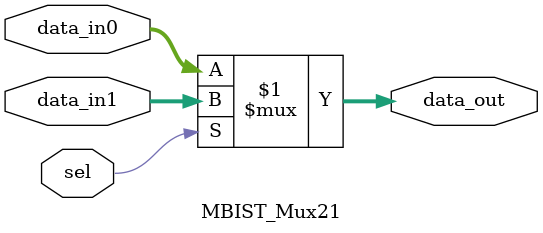
<source format=v>
`timescale 1ns / 1ps
module MBIST_Mux21 #(parameter DATA_WIDTH = 4)(output [DATA_WIDTH-1:0] data_out, input [DATA_WIDTH-1:0]data_in0, data_in1, 
input sel);

 assign data_out = sel ? data_in1 : data_in0;
 
endmodule

</source>
